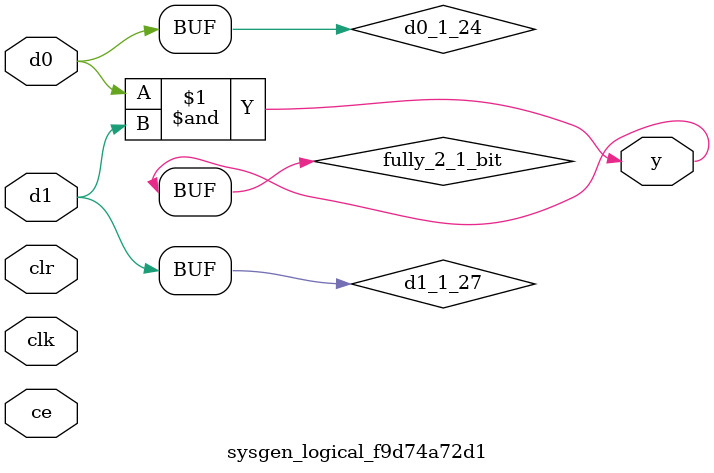
<source format=v>
module sysgen_logical_f9d74a72d1 (
  input [(1 - 1):0] d0,
  input [(1 - 1):0] d1,
  output [(1 - 1):0] y,
  input clk,
  input ce,
  input clr);
  wire d0_1_24;
  wire d1_1_27;
  wire fully_2_1_bit;
  assign d0_1_24 = d0;
  assign d1_1_27 = d1;
  assign fully_2_1_bit = d0_1_24 & d1_1_27;
  assign y = fully_2_1_bit;
endmodule
</source>
